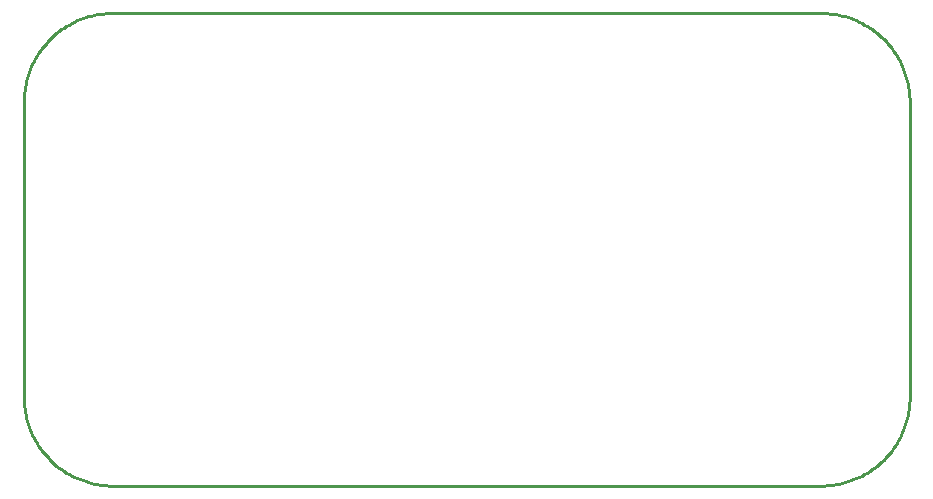
<source format=gm1>
G04*
G04 #@! TF.GenerationSoftware,Altium Limited,Altium Designer,23.5.1 (21)*
G04*
G04 Layer_Color=16711935*
%FSLAX25Y25*%
%MOIN*%
G70*
G04*
G04 #@! TF.SameCoordinates,F2DA617C-CCEF-44E5-B4ED-05EE2DC053E7*
G04*
G04*
G04 #@! TF.FilePolarity,Positive*
G04*
G01*
G75*
%ADD11C,0.00984*%
%ADD12C,0.01000*%
D11*
X-276Y26528D02*
Y124953D01*
X29252Y154480D02*
X265472D01*
X295000Y26528D02*
Y124953D01*
X29252Y-3000D02*
X265472D01*
D12*
X266480Y-2983D01*
X267488Y-2931D01*
X268492Y-2845D01*
X269493Y-2725D01*
X270490Y-2571D01*
X271480Y-2382D01*
X272463Y-2160D01*
X273439Y-1905D01*
X274405Y-1616D01*
X275361Y-1295D01*
X276305Y-941D01*
X277236Y-556D01*
X278154Y-138D01*
X279057Y310D01*
X279944Y790D01*
X280814Y1299D01*
X281667Y1837D01*
X282500Y2404D01*
X283314Y3000D01*
X284107Y3623D01*
X284878Y4272D01*
X285627Y4948D01*
X286351Y5648D01*
X287052Y6373D01*
X287728Y7122D01*
X288377Y7893D01*
X289000Y8686D01*
X289596Y9499D01*
X290163Y10333D01*
X290701Y11185D01*
X291210Y12056D01*
X291689Y12943D01*
X292138Y13846D01*
X292555Y14764D01*
X292941Y15695D01*
X293295Y16639D01*
X293616Y17595D01*
X293905Y18561D01*
X294160Y19536D01*
X294382Y20520D01*
X294571Y21510D01*
X294725Y22507D01*
X294845Y23508D01*
X294931Y24512D01*
X294983Y25519D01*
X295000Y26527D01*
X-276Y26528D02*
X-258Y25519D01*
X-207Y24512D01*
X-121Y23508D01*
X-1Y22507D01*
X154Y21510D01*
X342Y20520D01*
X564Y19536D01*
X819Y18561D01*
X1108Y17595D01*
X1429Y16639D01*
X1783Y15695D01*
X2169Y14764D01*
X2586Y13846D01*
X3035Y12943D01*
X3514Y12056D01*
X4023Y11186D01*
X4562Y10333D01*
X5129Y9500D01*
X5724Y8686D01*
X6347Y7893D01*
X6997Y7122D01*
X7672Y6373D01*
X8373Y5648D01*
X9098Y4948D01*
X9846Y4272D01*
X10617Y3623D01*
X11410Y3000D01*
X12224Y2404D01*
X13058Y1837D01*
X13910Y1299D01*
X14780Y790D01*
X15667Y310D01*
X16570Y-138D01*
X17488Y-556D01*
X18420Y-941D01*
X19364Y-1295D01*
X20320Y-1616D01*
X21286Y-1905D01*
X22261Y-2160D01*
X23245Y-2382D01*
X24235Y-2571D01*
X25231Y-2725D01*
X26232Y-2845D01*
X27237Y-2931D01*
X28244Y-2983D01*
X29252Y-3000D01*
X295000Y124953D02*
X294983Y125961D01*
X294931Y126968D01*
X294845Y127972D01*
X294725Y128973D01*
X294571Y129970D01*
X294382Y130960D01*
X294160Y131944D01*
X293905Y132919D01*
X293617Y133885D01*
X293295Y134841D01*
X292941Y135785D01*
X292555Y136717D01*
X292138Y137634D01*
X291689Y138537D01*
X291210Y139425D01*
X290701Y140295D01*
X290163Y141147D01*
X289596Y141981D01*
X289000Y142794D01*
X288377Y143587D01*
X287728Y144358D01*
X287052Y145107D01*
X286352Y145832D01*
X285627Y146532D01*
X284878Y147208D01*
X284107Y147858D01*
X283314Y148480D01*
X282500Y149076D01*
X281667Y149643D01*
X280815Y150182D01*
X279944Y150691D01*
X279057Y151170D01*
X278154Y151618D01*
X277236Y152036D01*
X276305Y152422D01*
X275361Y152775D01*
X274405Y153097D01*
X273439Y153385D01*
X272463Y153641D01*
X271480Y153863D01*
X270490Y154051D01*
X269493Y154205D01*
X268492Y154325D01*
X267488Y154411D01*
X266481Y154463D01*
X265473Y154480D01*
X29252D02*
X28244Y154463D01*
X27237Y154411D01*
X26232Y154325D01*
X25231Y154205D01*
X24235Y154051D01*
X23244Y153863D01*
X22261Y153641D01*
X21285Y153385D01*
X20320Y153097D01*
X19364Y152775D01*
X18420Y152422D01*
X17488Y152036D01*
X16570Y151618D01*
X15667Y151170D01*
X14780Y150691D01*
X13910Y150182D01*
X13058Y149643D01*
X12224Y149076D01*
X11410Y148480D01*
X10617Y147858D01*
X9846Y147208D01*
X9098Y146533D01*
X8373Y145832D01*
X7672Y145107D01*
X6997Y144358D01*
X6347Y143587D01*
X5724Y142794D01*
X5129Y141981D01*
X4561Y141147D01*
X4023Y140295D01*
X3514Y139425D01*
X3035Y138537D01*
X2586Y137634D01*
X2169Y136716D01*
X1783Y135785D01*
X1429Y134841D01*
X1108Y133885D01*
X819Y132919D01*
X564Y131944D01*
X342Y130960D01*
X154Y129970D01*
X-1Y128973D01*
X-121Y127972D01*
X-207Y126968D01*
X-258Y125961D01*
X-276Y124953D01*
M02*

</source>
